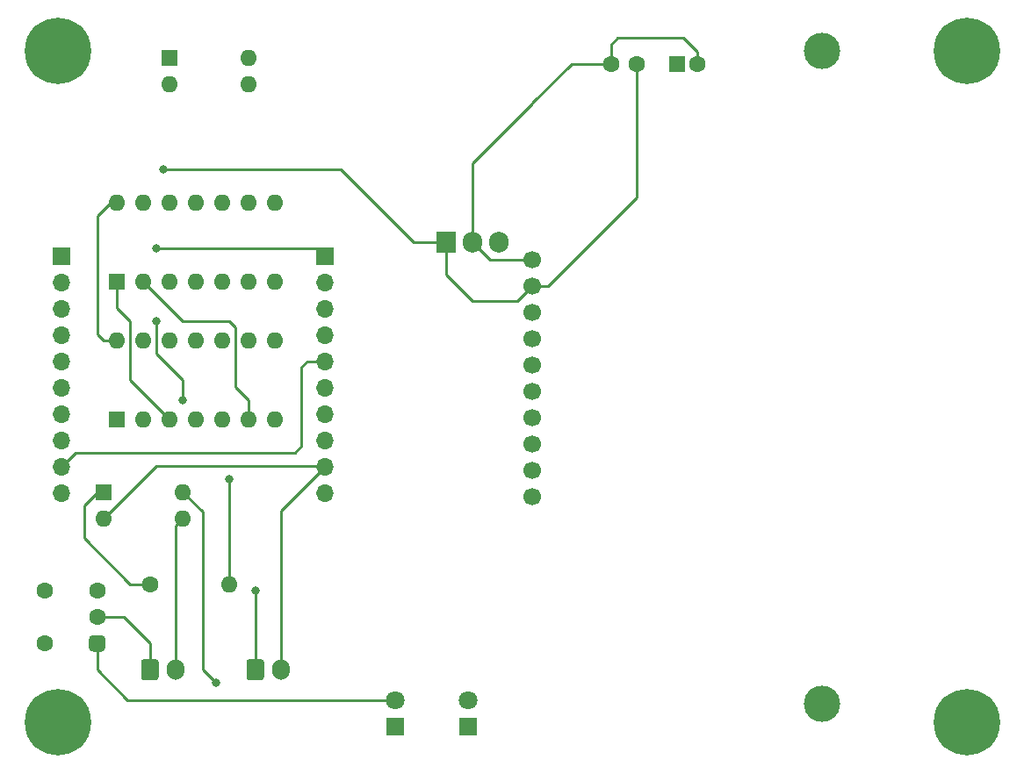
<source format=gbr>
%TF.GenerationSoftware,KiCad,Pcbnew,(5.1.9)-1*%
%TF.CreationDate,2022-07-22T17:15:22+09:00*%
%TF.ProjectId,Receiver,52656365-6976-4657-922e-6b696361645f,rev?*%
%TF.SameCoordinates,Original*%
%TF.FileFunction,Copper,L1,Top*%
%TF.FilePolarity,Positive*%
%FSLAX46Y46*%
G04 Gerber Fmt 4.6, Leading zero omitted, Abs format (unit mm)*
G04 Created by KiCad (PCBNEW (5.1.9)-1) date 2022-07-22 17:15:22*
%MOMM*%
%LPD*%
G01*
G04 APERTURE LIST*
%TA.AperFunction,ComponentPad*%
%ADD10C,1.700000*%
%TD*%
%TA.AperFunction,ComponentPad*%
%ADD11C,3.500000*%
%TD*%
%TA.AperFunction,ComponentPad*%
%ADD12R,1.700000X1.700000*%
%TD*%
%TA.AperFunction,ComponentPad*%
%ADD13O,1.700000X1.700000*%
%TD*%
%TA.AperFunction,ComponentPad*%
%ADD14O,1.700000X2.000000*%
%TD*%
%TA.AperFunction,ComponentPad*%
%ADD15R,1.800000X1.800000*%
%TD*%
%TA.AperFunction,ComponentPad*%
%ADD16C,1.800000*%
%TD*%
%TA.AperFunction,ComponentPad*%
%ADD17C,6.400000*%
%TD*%
%TA.AperFunction,ComponentPad*%
%ADD18C,0.800000*%
%TD*%
%TA.AperFunction,ComponentPad*%
%ADD19R,1.600000X1.600000*%
%TD*%
%TA.AperFunction,ComponentPad*%
%ADD20O,1.600000X1.600000*%
%TD*%
%TA.AperFunction,ComponentPad*%
%ADD21C,1.600000*%
%TD*%
%TA.AperFunction,ComponentPad*%
%ADD22R,1.905000X2.000000*%
%TD*%
%TA.AperFunction,ComponentPad*%
%ADD23O,1.905000X2.000000*%
%TD*%
%TA.AperFunction,ViaPad*%
%ADD24C,0.800000*%
%TD*%
%TA.AperFunction,Conductor*%
%ADD25C,0.250000*%
%TD*%
G04 APERTURE END LIST*
D10*
%TO.P,U2,4*%
%TO.N,N/C*%
X149936200Y-111535400D03*
%TO.P,U2,5*%
X149936200Y-114075400D03*
%TO.P,U2,6*%
%TO.N,OUT2*%
X149936200Y-116615400D03*
%TO.P,U2,7*%
%TO.N,N/C*%
X149936200Y-119155400D03*
%TO.P,U2,8*%
X149936200Y-121695400D03*
%TO.P,U2,9*%
X149936200Y-124235400D03*
%TO.P,U2,10*%
X149936200Y-126775400D03*
%TO.P,U2,3*%
X149936200Y-108995400D03*
%TO.P,U2,2*%
%TO.N,+5V*%
X149936200Y-106455400D03*
%TO.P,U2,1*%
%TO.N,GND*%
X149936200Y-103915400D03*
D11*
%TO.P,U2,11*%
%TO.N,N/C*%
X177800000Y-83820000D03*
%TO.P,U2,12*%
X177800000Y-146820000D03*
%TD*%
D12*
%TO.P,J3,1*%
%TO.N,N/C*%
X104540000Y-103580000D03*
D13*
%TO.P,J3,2*%
X104540000Y-106120000D03*
%TO.P,J3,3*%
X104540000Y-108660000D03*
%TO.P,J3,4*%
X104540000Y-111200000D03*
%TO.P,J3,5*%
X104540000Y-113740000D03*
%TO.P,J3,6*%
X104540000Y-116280000D03*
%TO.P,J3,7*%
X104540000Y-118820000D03*
%TO.P,J3,8*%
X104540000Y-121360000D03*
%TO.P,J3,9*%
%TO.N,+3V3*%
X104540000Y-123900000D03*
%TO.P,J3,10*%
%TO.N,N/C*%
X104540000Y-126440000D03*
%TD*%
%TO.P,J4,10*%
%TO.N,N/C*%
X129940000Y-126440000D03*
%TO.P,J4,9*%
%TO.N,GND*%
X129940000Y-123900000D03*
%TO.P,J4,8*%
%TO.N,N/C*%
X129940000Y-121360000D03*
%TO.P,J4,7*%
X129940000Y-118820000D03*
%TO.P,J4,6*%
X129940000Y-116280000D03*
%TO.P,J4,5*%
%TO.N,+3V3*%
X129940000Y-113740000D03*
%TO.P,J4,4*%
%TO.N,N/C*%
X129940000Y-111200000D03*
%TO.P,J4,3*%
X129940000Y-108660000D03*
%TO.P,J4,2*%
X129940000Y-106120000D03*
D12*
%TO.P,J4,1*%
%TO.N,OUT1*%
X129940000Y-103580000D03*
%TD*%
%TO.P,J5,1*%
%TO.N,+5V*%
%TA.AperFunction,ComponentPad*%
G36*
G01*
X122340000Y-144260000D02*
X122340000Y-142760000D01*
G75*
G02*
X122590000Y-142510000I250000J0D01*
G01*
X123790000Y-142510000D01*
G75*
G02*
X124040000Y-142760000I0J-250000D01*
G01*
X124040000Y-144260000D01*
G75*
G02*
X123790000Y-144510000I-250000J0D01*
G01*
X122590000Y-144510000D01*
G75*
G02*
X122340000Y-144260000I0J250000D01*
G01*
G37*
%TD.AperFunction*%
D14*
%TO.P,J5,2*%
%TO.N,GND*%
X125690000Y-143510000D03*
%TD*%
%TO.P,J6,1*%
%TO.N,Net-(J6-Pad1)*%
%TA.AperFunction,ComponentPad*%
G36*
G01*
X112180000Y-144260000D02*
X112180000Y-142760000D01*
G75*
G02*
X112430000Y-142510000I250000J0D01*
G01*
X113630000Y-142510000D01*
G75*
G02*
X113880000Y-142760000I0J-250000D01*
G01*
X113880000Y-144260000D01*
G75*
G02*
X113630000Y-144510000I-250000J0D01*
G01*
X112430000Y-144510000D01*
G75*
G02*
X112180000Y-144260000I0J250000D01*
G01*
G37*
%TD.AperFunction*%
%TO.P,J6,2*%
%TO.N,Net-(D2-Pad1)*%
X115530000Y-143510000D03*
%TD*%
D15*
%TO.P,D1,1*%
%TO.N,Net-(D1-Pad1)*%
X136725000Y-148985000D03*
D16*
%TO.P,D1,2*%
%TO.N,Net-(D1-Pad2)*%
X136725000Y-146445000D03*
%TD*%
%TO.P,D2,2*%
%TO.N,Net-(D2-Pad2)*%
X143725000Y-146445000D03*
D15*
%TO.P,D2,1*%
%TO.N,Net-(D2-Pad1)*%
X143725000Y-148985000D03*
%TD*%
D17*
%TO.P,H1,1*%
%TO.N,N/C*%
X104140000Y-83820000D03*
D18*
X106540000Y-83820000D03*
X105837056Y-85517056D03*
X104140000Y-86220000D03*
X102442944Y-85517056D03*
X101740000Y-83820000D03*
X102442944Y-82122944D03*
X104140000Y-81420000D03*
X105837056Y-82122944D03*
%TD*%
%TO.P,H2,1*%
%TO.N,N/C*%
X105837056Y-146892944D03*
X104140000Y-146190000D03*
X102442944Y-146892944D03*
X101740000Y-148590000D03*
X102442944Y-150287056D03*
X104140000Y-150990000D03*
X105837056Y-150287056D03*
X106540000Y-148590000D03*
D17*
X104140000Y-148590000D03*
%TD*%
%TO.P,H3,1*%
%TO.N,N/C*%
X191770000Y-148590000D03*
D18*
X194170000Y-148590000D03*
X193467056Y-150287056D03*
X191770000Y-150990000D03*
X190072944Y-150287056D03*
X189370000Y-148590000D03*
X190072944Y-146892944D03*
X191770000Y-146190000D03*
X193467056Y-146892944D03*
%TD*%
%TO.P,H4,1*%
%TO.N,N/C*%
X193467056Y-82122944D03*
X191770000Y-81420000D03*
X190072944Y-82122944D03*
X189370000Y-83820000D03*
X190072944Y-85517056D03*
X191770000Y-86220000D03*
X193467056Y-85517056D03*
X194170000Y-83820000D03*
D17*
X191770000Y-83820000D03*
%TD*%
D19*
%TO.P,SW2,1*%
%TO.N,+3V3*%
X114935000Y-84455000D03*
D20*
%TO.P,SW2,3*%
%TO.N,OUT4*%
X122555000Y-86995000D03*
%TO.P,SW2,2*%
%TO.N,+3V3*%
X114935000Y-86995000D03*
%TO.P,SW2,4*%
%TO.N,OUT3*%
X122555000Y-84455000D03*
%TD*%
D19*
%TO.P,U4,1*%
%TO.N,OUT1*%
X109855000Y-119380000D03*
D20*
%TO.P,U4,8*%
%TO.N,N/C*%
X125095000Y-111760000D03*
%TO.P,U4,2*%
%TO.N,OUT3*%
X112395000Y-119380000D03*
%TO.P,U4,9*%
%TO.N,N/C*%
X122555000Y-111760000D03*
%TO.P,U4,3*%
%TO.N,OUT5*%
X114935000Y-119380000D03*
%TO.P,U4,10*%
%TO.N,N/C*%
X120015000Y-111760000D03*
%TO.P,U4,4*%
%TO.N,OUT2*%
X117475000Y-119380000D03*
%TO.P,U4,11*%
%TO.N,N/C*%
X117475000Y-111760000D03*
%TO.P,U4,5*%
%TO.N,OUT4*%
X120015000Y-119380000D03*
%TO.P,U4,12*%
%TO.N,N/C*%
X114935000Y-111760000D03*
%TO.P,U4,6*%
%TO.N,OUT6*%
X122555000Y-119380000D03*
%TO.P,U4,13*%
%TO.N,N/C*%
X112395000Y-111760000D03*
%TO.P,U4,7*%
X125095000Y-119380000D03*
%TO.P,U4,14*%
%TO.N,+5V*%
X109855000Y-111760000D03*
%TD*%
%TO.P,U5,14*%
%TO.N,+5V*%
X109855000Y-98425000D03*
%TO.P,U5,7*%
%TO.N,N/C*%
X125095000Y-106045000D03*
%TO.P,U5,13*%
X112395000Y-98425000D03*
%TO.P,U5,6*%
X122555000Y-106045000D03*
%TO.P,U5,12*%
X114935000Y-98425000D03*
%TO.P,U5,5*%
X120015000Y-106045000D03*
%TO.P,U5,11*%
X117475000Y-98425000D03*
%TO.P,U5,4*%
X117475000Y-106045000D03*
%TO.P,U5,10*%
X120015000Y-98425000D03*
%TO.P,U5,3*%
%TO.N,OUT*%
X114935000Y-106045000D03*
%TO.P,U5,9*%
%TO.N,N/C*%
X122555000Y-98425000D03*
%TO.P,U5,2*%
%TO.N,OUT6*%
X112395000Y-106045000D03*
%TO.P,U5,8*%
%TO.N,N/C*%
X125095000Y-98425000D03*
D19*
%TO.P,U5,1*%
%TO.N,OUT5*%
X109855000Y-106045000D03*
%TD*%
D21*
%TO.P,SW1,*%
%TO.N,*%
X102870000Y-135890000D03*
X102870000Y-140970000D03*
%TO.P,SW1,1*%
%TO.N,Net-(D1-Pad2)*%
%TA.AperFunction,ComponentPad*%
G36*
G01*
X107150000Y-141370000D02*
X107150000Y-140570000D01*
G75*
G02*
X107550000Y-140170000I400000J0D01*
G01*
X108350000Y-140170000D01*
G75*
G02*
X108750000Y-140570000I0J-400000D01*
G01*
X108750000Y-141370000D01*
G75*
G02*
X108350000Y-141770000I-400000J0D01*
G01*
X107550000Y-141770000D01*
G75*
G02*
X107150000Y-141370000I0J400000D01*
G01*
G37*
%TD.AperFunction*%
%TO.P,SW1,2*%
%TO.N,Net-(J6-Pad1)*%
X107950000Y-138430000D03*
%TO.P,SW1,3*%
%TO.N,Net-(D2-Pad2)*%
X107950000Y-135890000D03*
%TD*%
%TO.P,R1,1*%
%TO.N,Net-(R1-Pad1)*%
X113030000Y-135255000D03*
D20*
%TO.P,R1,2*%
%TO.N,OUT*%
X120650000Y-135255000D03*
%TD*%
D19*
%TO.P,U1,1*%
%TO.N,Net-(R1-Pad1)*%
X108585000Y-126365000D03*
D20*
%TO.P,U1,3*%
%TO.N,Net-(D2-Pad1)*%
X116205000Y-128905000D03*
%TO.P,U1,2*%
%TO.N,GND*%
X108585000Y-128905000D03*
%TO.P,U1,4*%
%TO.N,Net-(D1-Pad1)*%
X116205000Y-126365000D03*
%TD*%
D21*
%TO.P,C1,1*%
%TO.N,+5V*%
X159980000Y-85090000D03*
%TO.P,C1,2*%
%TO.N,GND*%
X157480000Y-85090000D03*
%TD*%
D19*
%TO.P,C2,1*%
%TO.N,+3V3*%
X163830000Y-85090000D03*
D21*
%TO.P,C2,2*%
%TO.N,GND*%
X165830000Y-85090000D03*
%TD*%
D22*
%TO.P,U3,1*%
%TO.N,+5V*%
X141605000Y-102235000D03*
D23*
%TO.P,U3,2*%
%TO.N,GND*%
X144145000Y-102235000D03*
%TO.P,U3,3*%
%TO.N,+3V3*%
X146685000Y-102235000D03*
%TD*%
D24*
%TO.N,Net-(D1-Pad1)*%
X119380000Y-144780000D03*
%TO.N,+5V*%
X114300000Y-95250000D03*
X123190000Y-135890000D03*
%TO.N,OUT1*%
X113665000Y-102870000D03*
%TO.N,OUT*%
X120650000Y-125095000D03*
X116205000Y-117475000D03*
X113665000Y-109855000D03*
%TD*%
D25*
%TO.N,Net-(D1-Pad1)*%
X116205000Y-126365000D02*
X118110000Y-128270000D01*
X118110000Y-128270000D02*
X118110000Y-142240000D01*
X118110000Y-142240000D02*
X118110000Y-143510000D01*
X118110000Y-143510000D02*
X119380000Y-144780000D01*
%TO.N,Net-(D1-Pad2)*%
X107950000Y-140970000D02*
X107950000Y-143510000D01*
X110885000Y-146445000D02*
X136725000Y-146445000D01*
X107950000Y-143510000D02*
X110885000Y-146445000D01*
%TO.N,Net-(D2-Pad1)*%
X115530000Y-129580000D02*
X116205000Y-128905000D01*
X115530000Y-143510000D02*
X115530000Y-129580000D01*
%TO.N,GND*%
X125690000Y-128150000D02*
X129940000Y-123900000D01*
X125690000Y-143510000D02*
X125690000Y-128150000D01*
X108585000Y-128905000D02*
X113665000Y-123825000D01*
X129865000Y-123825000D02*
X129940000Y-123900000D01*
X113665000Y-123825000D02*
X129865000Y-123825000D01*
X157480000Y-85090000D02*
X153670000Y-85090000D01*
X153670000Y-85090000D02*
X149936200Y-88823800D01*
X157480000Y-85090000D02*
X157480000Y-83185000D01*
X157480000Y-83185000D02*
X158115000Y-82550000D01*
X158115000Y-82550000D02*
X164465000Y-82550000D01*
X165830000Y-83915000D02*
X165830000Y-85090000D01*
X164465000Y-82550000D02*
X165830000Y-83915000D01*
X145825400Y-103915400D02*
X144145000Y-102235000D01*
X149936200Y-103915400D02*
X145825400Y-103915400D01*
X144145000Y-102235000D02*
X144145000Y-94615000D01*
X144145000Y-94615000D02*
X149860000Y-88900000D01*
%TO.N,+5V*%
X109855000Y-98425000D02*
X109220000Y-98425000D01*
X109220000Y-98425000D02*
X107950000Y-99695000D01*
X107950000Y-99695000D02*
X107950000Y-111125000D01*
X108585000Y-111760000D02*
X109855000Y-111760000D01*
X107950000Y-111125000D02*
X108585000Y-111760000D01*
X159980000Y-97931600D02*
X159980000Y-85090000D01*
X123190000Y-143510000D02*
X123190000Y-135890000D01*
X138430000Y-102235000D02*
X141605000Y-102235000D01*
X131445000Y-95250000D02*
X138430000Y-102235000D01*
X114300000Y-95250000D02*
X131445000Y-95250000D01*
X141605000Y-102235000D02*
X141605000Y-105410000D01*
X141605000Y-105410000D02*
X144170400Y-107975400D01*
X151456200Y-106455400D02*
X159980000Y-97931600D01*
X149936200Y-106455400D02*
X151456200Y-106455400D01*
X148416200Y-107975400D02*
X149936200Y-106455400D01*
X144170400Y-107975400D02*
X148416200Y-107975400D01*
%TO.N,Net-(J6-Pad1)*%
X107950000Y-138430000D02*
X110490000Y-138430000D01*
X113030000Y-140970000D02*
X113030000Y-143510000D01*
X110490000Y-138430000D02*
X113030000Y-140970000D01*
%TO.N,+3V3*%
X129940000Y-113740000D02*
X128195000Y-113740000D01*
X128195000Y-113740000D02*
X127635000Y-114300000D01*
X127635000Y-114300000D02*
X127635000Y-121920000D01*
X127635000Y-121920000D02*
X127000000Y-122555000D01*
X105885000Y-122555000D02*
X104540000Y-123900000D01*
X127000000Y-122555000D02*
X105885000Y-122555000D01*
%TO.N,OUT1*%
X129230000Y-102870000D02*
X129940000Y-103580000D01*
X113665000Y-102870000D02*
X129230000Y-102870000D01*
%TO.N,OUT*%
X120650000Y-135255000D02*
X120650000Y-125095000D01*
X116205000Y-117475000D02*
X116205000Y-115570000D01*
X116205000Y-115570000D02*
X113665000Y-113030000D01*
X113665000Y-113030000D02*
X113665000Y-110490000D01*
X113665000Y-110490000D02*
X113665000Y-109855000D01*
%TO.N,OUT5*%
X111125000Y-115570000D02*
X114935000Y-119380000D01*
X111125000Y-109855000D02*
X111125000Y-115570000D01*
X109855000Y-108585000D02*
X111125000Y-109855000D01*
X109855000Y-106045000D02*
X109855000Y-108585000D01*
%TO.N,OUT6*%
X122555000Y-117475000D02*
X122555000Y-119380000D01*
X121285000Y-116205000D02*
X122555000Y-117475000D01*
X121285000Y-110490000D02*
X121285000Y-116205000D01*
X120650000Y-109855000D02*
X121285000Y-110490000D01*
X116205000Y-109855000D02*
X120650000Y-109855000D01*
X112395000Y-106045000D02*
X116205000Y-109855000D01*
%TO.N,Net-(R1-Pad1)*%
X108585000Y-126365000D02*
X107950000Y-126365000D01*
X107950000Y-126365000D02*
X106680000Y-127635000D01*
X106680000Y-127635000D02*
X106680000Y-130810000D01*
X111125000Y-135255000D02*
X113030000Y-135255000D01*
X106680000Y-130810000D02*
X111125000Y-135255000D01*
%TD*%
M02*

</source>
